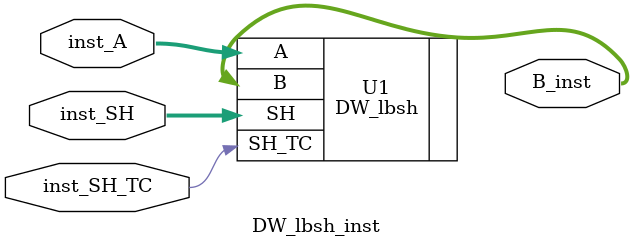
<source format=v>
module DW_lbsh_inst( inst_A, inst_SH, inst_SH_TC, B_inst );

parameter A_width = 8;
parameter SH_width = 3;


input [A_width-1 : 0] inst_A;
input [SH_width-1 : 0] inst_SH;
input inst_SH_TC;
output [A_width-1 : 0] B_inst;

    // Instance of DW_lbsh
    DW_lbsh #(A_width, SH_width) U1 (
			.A(inst_A),
			.SH(inst_SH),
			.SH_TC(inst_SH_TC),
			.B(B_inst) );

endmodule


</source>
